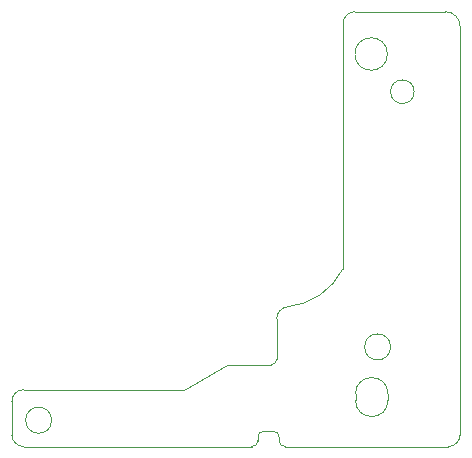
<source format=gbr>
%TF.GenerationSoftware,KiCad,Pcbnew,8.0.2*%
%TF.CreationDate,2024-09-01T00:37:24-07:00*%
%TF.ProjectId,procon_battery_pcb,70726f63-6f6e-45f6-9261-74746572795f,rev?*%
%TF.SameCoordinates,Original*%
%TF.FileFunction,Profile,NP*%
%FSLAX46Y46*%
G04 Gerber Fmt 4.6, Leading zero omitted, Abs format (unit mm)*
G04 Created by KiCad (PCBNEW 8.0.2) date 2024-09-01 00:37:24*
%MOMM*%
%LPD*%
G01*
G04 APERTURE LIST*
%TA.AperFunction,Profile*%
%ADD10C,0.100000*%
%TD*%
G04 APERTURE END LIST*
D10*
X44746400Y-52029400D02*
X44746400Y-49209400D01*
X78809584Y-22990100D02*
G75*
G02*
X76809584Y-22990100I-1000000J0D01*
G01*
X76809584Y-22990100D02*
G75*
G02*
X78809584Y-22990100I1000000J0D01*
G01*
X65576400Y-52229400D02*
X65576400Y-52529400D01*
X81696400Y-53029400D02*
X67876400Y-53029400D01*
X76594369Y-49118379D02*
X76594369Y-48568381D01*
X48115895Y-50808722D02*
G75*
G02*
X45915895Y-50808722I-1100000J0D01*
G01*
X45915895Y-50808722D02*
G75*
G02*
X48115895Y-50808722I1100000J0D01*
G01*
X67176400Y-45609400D02*
G75*
G02*
X66676400Y-46109400I-500000J0D01*
G01*
X44746400Y-49209400D02*
G75*
G02*
X45746400Y-48209400I1000000J0D01*
G01*
X45746400Y-48209400D02*
X59346400Y-48209400D01*
X76594369Y-49118379D02*
G75*
G02*
X73844369Y-49118379I-1375000J0D01*
G01*
X72796400Y-17209400D02*
G75*
G02*
X73796400Y-16209400I1000000J0D01*
G01*
X82696400Y-17459400D02*
X82696400Y-52029400D01*
X72796400Y-37959400D02*
G75*
G02*
X68075728Y-41206629I-5320200J2679300D01*
G01*
X65576400Y-52229400D02*
G75*
G02*
X66076400Y-51729400I500000J0D01*
G01*
X67876400Y-53029400D02*
G75*
G02*
X67376400Y-52529400I100J500100D01*
G01*
X62996400Y-46109400D02*
X66676400Y-46109400D01*
X73844369Y-48568377D02*
X73844369Y-49118379D01*
X76809945Y-44596217D02*
G75*
G02*
X74609945Y-44596217I-1100000J0D01*
G01*
X74609945Y-44596217D02*
G75*
G02*
X76809945Y-44596217I1100000J0D01*
G01*
X59346400Y-48209400D02*
X62996400Y-46109400D01*
X66876400Y-51729400D02*
X66076400Y-51729400D01*
X45746400Y-53029400D02*
G75*
G02*
X44746400Y-52029400I100J1000100D01*
G01*
X67376400Y-52529400D02*
X67376400Y-52229400D01*
X76543715Y-19798427D02*
G75*
G02*
X73793715Y-19798427I-1375000J0D01*
G01*
X73793715Y-19798427D02*
G75*
G02*
X76543715Y-19798427I1375000J0D01*
G01*
X73796400Y-16209400D02*
X81446400Y-16209400D01*
X66876400Y-51729400D02*
G75*
G02*
X67376400Y-52229400I100J-499900D01*
G01*
X72796400Y-37959400D02*
X72796400Y-17209400D01*
X81446400Y-16209400D02*
G75*
G02*
X82696400Y-17459400I0J-1250000D01*
G01*
X67176400Y-42201602D02*
G75*
G02*
X68075733Y-41206680I1000000J2D01*
G01*
X65076400Y-53029400D02*
X45746400Y-53029400D01*
X65576400Y-52529400D02*
G75*
G02*
X65076400Y-53029400I-500000J0D01*
G01*
X67176400Y-45609400D02*
X67176400Y-42201602D01*
X73844369Y-48568377D02*
G75*
G02*
X76594431Y-48568381I1375031J-23D01*
G01*
X82696400Y-52029400D02*
G75*
G02*
X81696400Y-53029400I-1000000J0D01*
G01*
M02*

</source>
